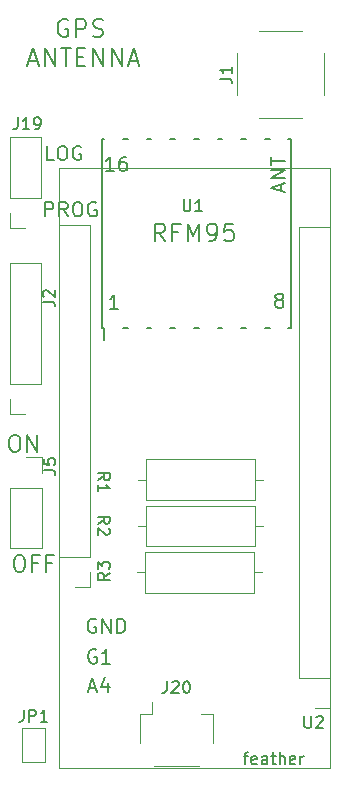
<source format=gbr>
%TF.GenerationSoftware,KiCad,Pcbnew,5.1.12-84ad8e8a86~92~ubuntu18.04.1*%
%TF.CreationDate,2022-01-08T21:29:22-05:00*%
%TF.ProjectId,remote,72656d6f-7465-42e6-9b69-6361645f7063,rev?*%
%TF.SameCoordinates,Original*%
%TF.FileFunction,Legend,Top*%
%TF.FilePolarity,Positive*%
%FSLAX46Y46*%
G04 Gerber Fmt 4.6, Leading zero omitted, Abs format (unit mm)*
G04 Created by KiCad (PCBNEW 5.1.12-84ad8e8a86~92~ubuntu18.04.1) date 2022-01-08 21:29:22*
%MOMM*%
%LPD*%
G01*
G04 APERTURE LIST*
%ADD10C,0.200000*%
%ADD11C,0.150000*%
%ADD12C,0.120000*%
G04 APERTURE END LIST*
D10*
X25962857Y-105232857D02*
X25391428Y-105232857D01*
X25391428Y-104032857D01*
X26591428Y-104032857D02*
X26820000Y-104032857D01*
X26934285Y-104090000D01*
X27048571Y-104204285D01*
X27105714Y-104432857D01*
X27105714Y-104832857D01*
X27048571Y-105061428D01*
X26934285Y-105175714D01*
X26820000Y-105232857D01*
X26591428Y-105232857D01*
X26477142Y-105175714D01*
X26362857Y-105061428D01*
X26305714Y-104832857D01*
X26305714Y-104432857D01*
X26362857Y-104204285D01*
X26477142Y-104090000D01*
X26591428Y-104032857D01*
X28248571Y-104090000D02*
X28134285Y-104032857D01*
X27962857Y-104032857D01*
X27791428Y-104090000D01*
X27677142Y-104204285D01*
X27620000Y-104318571D01*
X27562857Y-104547142D01*
X27562857Y-104718571D01*
X27620000Y-104947142D01*
X27677142Y-105061428D01*
X27791428Y-105175714D01*
X27962857Y-105232857D01*
X28077142Y-105232857D01*
X28248571Y-105175714D01*
X28305714Y-105118571D01*
X28305714Y-104718571D01*
X28077142Y-104718571D01*
X25247142Y-109982857D02*
X25247142Y-108782857D01*
X25704285Y-108782857D01*
X25818571Y-108840000D01*
X25875714Y-108897142D01*
X25932857Y-109011428D01*
X25932857Y-109182857D01*
X25875714Y-109297142D01*
X25818571Y-109354285D01*
X25704285Y-109411428D01*
X25247142Y-109411428D01*
X27132857Y-109982857D02*
X26732857Y-109411428D01*
X26447142Y-109982857D02*
X26447142Y-108782857D01*
X26904285Y-108782857D01*
X27018571Y-108840000D01*
X27075714Y-108897142D01*
X27132857Y-109011428D01*
X27132857Y-109182857D01*
X27075714Y-109297142D01*
X27018571Y-109354285D01*
X26904285Y-109411428D01*
X26447142Y-109411428D01*
X27875714Y-108782857D02*
X28104285Y-108782857D01*
X28218571Y-108840000D01*
X28332857Y-108954285D01*
X28390000Y-109182857D01*
X28390000Y-109582857D01*
X28332857Y-109811428D01*
X28218571Y-109925714D01*
X28104285Y-109982857D01*
X27875714Y-109982857D01*
X27761428Y-109925714D01*
X27647142Y-109811428D01*
X27590000Y-109582857D01*
X27590000Y-109182857D01*
X27647142Y-108954285D01*
X27761428Y-108840000D01*
X27875714Y-108782857D01*
X29532857Y-108840000D02*
X29418571Y-108782857D01*
X29247142Y-108782857D01*
X29075714Y-108840000D01*
X28961428Y-108954285D01*
X28904285Y-109068571D01*
X28847142Y-109297142D01*
X28847142Y-109468571D01*
X28904285Y-109697142D01*
X28961428Y-109811428D01*
X29075714Y-109925714D01*
X29247142Y-109982857D01*
X29361428Y-109982857D01*
X29532857Y-109925714D01*
X29590000Y-109868571D01*
X29590000Y-109468571D01*
X29361428Y-109468571D01*
X22533333Y-128513333D02*
X22800000Y-128513333D01*
X22933333Y-128580000D01*
X23066666Y-128713333D01*
X23133333Y-128980000D01*
X23133333Y-129446666D01*
X23066666Y-129713333D01*
X22933333Y-129846666D01*
X22800000Y-129913333D01*
X22533333Y-129913333D01*
X22400000Y-129846666D01*
X22266666Y-129713333D01*
X22200000Y-129446666D01*
X22200000Y-128980000D01*
X22266666Y-128713333D01*
X22400000Y-128580000D01*
X22533333Y-128513333D01*
X23733333Y-129913333D02*
X23733333Y-128513333D01*
X24533333Y-129913333D01*
X24533333Y-128513333D01*
X22936666Y-138683333D02*
X23203333Y-138683333D01*
X23336666Y-138750000D01*
X23470000Y-138883333D01*
X23536666Y-139150000D01*
X23536666Y-139616666D01*
X23470000Y-139883333D01*
X23336666Y-140016666D01*
X23203333Y-140083333D01*
X22936666Y-140083333D01*
X22803333Y-140016666D01*
X22670000Y-139883333D01*
X22603333Y-139616666D01*
X22603333Y-139150000D01*
X22670000Y-138883333D01*
X22803333Y-138750000D01*
X22936666Y-138683333D01*
X24603333Y-139350000D02*
X24136666Y-139350000D01*
X24136666Y-140083333D02*
X24136666Y-138683333D01*
X24803333Y-138683333D01*
X25803333Y-139350000D02*
X25336666Y-139350000D01*
X25336666Y-140083333D02*
X25336666Y-138683333D01*
X26003333Y-138683333D01*
D11*
X31041428Y-106162857D02*
X30355714Y-106162857D01*
X30698571Y-106162857D02*
X30698571Y-104962857D01*
X30584285Y-105134285D01*
X30470000Y-105248571D01*
X30355714Y-105305714D01*
X32070000Y-104962857D02*
X31841428Y-104962857D01*
X31727142Y-105020000D01*
X31670000Y-105077142D01*
X31555714Y-105248571D01*
X31498571Y-105477142D01*
X31498571Y-105934285D01*
X31555714Y-106048571D01*
X31612857Y-106105714D01*
X31727142Y-106162857D01*
X31955714Y-106162857D01*
X32070000Y-106105714D01*
X32127142Y-106048571D01*
X32184285Y-105934285D01*
X32184285Y-105648571D01*
X32127142Y-105534285D01*
X32070000Y-105477142D01*
X31955714Y-105420000D01*
X31727142Y-105420000D01*
X31612857Y-105477142D01*
X31555714Y-105534285D01*
X31498571Y-105648571D01*
X44945714Y-117057142D02*
X44831428Y-117000000D01*
X44774285Y-116942857D01*
X44717142Y-116828571D01*
X44717142Y-116771428D01*
X44774285Y-116657142D01*
X44831428Y-116600000D01*
X44945714Y-116542857D01*
X45174285Y-116542857D01*
X45288571Y-116600000D01*
X45345714Y-116657142D01*
X45402857Y-116771428D01*
X45402857Y-116828571D01*
X45345714Y-116942857D01*
X45288571Y-117000000D01*
X45174285Y-117057142D01*
X44945714Y-117057142D01*
X44831428Y-117114285D01*
X44774285Y-117171428D01*
X44717142Y-117285714D01*
X44717142Y-117514285D01*
X44774285Y-117628571D01*
X44831428Y-117685714D01*
X44945714Y-117742857D01*
X45174285Y-117742857D01*
X45288571Y-117685714D01*
X45345714Y-117628571D01*
X45402857Y-117514285D01*
X45402857Y-117285714D01*
X45345714Y-117171428D01*
X45288571Y-117114285D01*
X45174285Y-117057142D01*
X31372857Y-117872857D02*
X30687142Y-117872857D01*
X31030000Y-117872857D02*
X31030000Y-116672857D01*
X30915714Y-116844285D01*
X30801428Y-116958571D01*
X30687142Y-117015714D01*
X45210000Y-107851428D02*
X45210000Y-107280000D01*
X45552857Y-107965714D02*
X44352857Y-107565714D01*
X45552857Y-107165714D01*
X45552857Y-106765714D02*
X44352857Y-106765714D01*
X45552857Y-106080000D01*
X44352857Y-106080000D01*
X44352857Y-105680000D02*
X44352857Y-104994285D01*
X45552857Y-105337142D02*
X44352857Y-105337142D01*
X28952857Y-149930000D02*
X29524285Y-149930000D01*
X28838571Y-150272857D02*
X29238571Y-149072857D01*
X29638571Y-150272857D01*
X30552857Y-149472857D02*
X30552857Y-150272857D01*
X30267142Y-149015714D02*
X29981428Y-149872857D01*
X30724285Y-149872857D01*
X29552857Y-146710000D02*
X29438571Y-146652857D01*
X29267142Y-146652857D01*
X29095714Y-146710000D01*
X28981428Y-146824285D01*
X28924285Y-146938571D01*
X28867142Y-147167142D01*
X28867142Y-147338571D01*
X28924285Y-147567142D01*
X28981428Y-147681428D01*
X29095714Y-147795714D01*
X29267142Y-147852857D01*
X29381428Y-147852857D01*
X29552857Y-147795714D01*
X29610000Y-147738571D01*
X29610000Y-147338571D01*
X29381428Y-147338571D01*
X30752857Y-147852857D02*
X30067142Y-147852857D01*
X30410000Y-147852857D02*
X30410000Y-146652857D01*
X30295714Y-146824285D01*
X30181428Y-146938571D01*
X30067142Y-146995714D01*
X29515714Y-144120000D02*
X29401428Y-144062857D01*
X29230000Y-144062857D01*
X29058571Y-144120000D01*
X28944285Y-144234285D01*
X28887142Y-144348571D01*
X28830000Y-144577142D01*
X28830000Y-144748571D01*
X28887142Y-144977142D01*
X28944285Y-145091428D01*
X29058571Y-145205714D01*
X29230000Y-145262857D01*
X29344285Y-145262857D01*
X29515714Y-145205714D01*
X29572857Y-145148571D01*
X29572857Y-144748571D01*
X29344285Y-144748571D01*
X30087142Y-145262857D02*
X30087142Y-144062857D01*
X30772857Y-145262857D01*
X30772857Y-144062857D01*
X31344285Y-145262857D02*
X31344285Y-144062857D01*
X31630000Y-144062857D01*
X31801428Y-144120000D01*
X31915714Y-144234285D01*
X31972857Y-144348571D01*
X32030000Y-144577142D01*
X32030000Y-144748571D01*
X31972857Y-144977142D01*
X31915714Y-145091428D01*
X31801428Y-145205714D01*
X31630000Y-145262857D01*
X31344285Y-145262857D01*
X35365714Y-112108571D02*
X34865714Y-111394285D01*
X34508571Y-112108571D02*
X34508571Y-110608571D01*
X35080000Y-110608571D01*
X35222857Y-110680000D01*
X35294285Y-110751428D01*
X35365714Y-110894285D01*
X35365714Y-111108571D01*
X35294285Y-111251428D01*
X35222857Y-111322857D01*
X35080000Y-111394285D01*
X34508571Y-111394285D01*
X36508571Y-111322857D02*
X36008571Y-111322857D01*
X36008571Y-112108571D02*
X36008571Y-110608571D01*
X36722857Y-110608571D01*
X37294285Y-112108571D02*
X37294285Y-110608571D01*
X37794285Y-111680000D01*
X38294285Y-110608571D01*
X38294285Y-112108571D01*
X39080000Y-112108571D02*
X39365714Y-112108571D01*
X39508571Y-112037142D01*
X39580000Y-111965714D01*
X39722857Y-111751428D01*
X39794285Y-111465714D01*
X39794285Y-110894285D01*
X39722857Y-110751428D01*
X39651428Y-110680000D01*
X39508571Y-110608571D01*
X39222857Y-110608571D01*
X39080000Y-110680000D01*
X39008571Y-110751428D01*
X38937142Y-110894285D01*
X38937142Y-111251428D01*
X39008571Y-111394285D01*
X39080000Y-111465714D01*
X39222857Y-111537142D01*
X39508571Y-111537142D01*
X39651428Y-111465714D01*
X39722857Y-111394285D01*
X39794285Y-111251428D01*
X41151428Y-110608571D02*
X40437142Y-110608571D01*
X40365714Y-111322857D01*
X40437142Y-111251428D01*
X40580000Y-111180000D01*
X40937142Y-111180000D01*
X41080000Y-111251428D01*
X41151428Y-111322857D01*
X41222857Y-111465714D01*
X41222857Y-111822857D01*
X41151428Y-111965714D01*
X41080000Y-112037142D01*
X40937142Y-112108571D01*
X40580000Y-112108571D01*
X40437142Y-112037142D01*
X40365714Y-111965714D01*
X23867857Y-96825000D02*
X24582142Y-96825000D01*
X23725000Y-97253571D02*
X24225000Y-95753571D01*
X24725000Y-97253571D01*
X25225000Y-97253571D02*
X25225000Y-95753571D01*
X26082142Y-97253571D01*
X26082142Y-95753571D01*
X26582142Y-95753571D02*
X27439285Y-95753571D01*
X27010714Y-97253571D02*
X27010714Y-95753571D01*
X27939285Y-96467857D02*
X28439285Y-96467857D01*
X28653571Y-97253571D02*
X27939285Y-97253571D01*
X27939285Y-95753571D01*
X28653571Y-95753571D01*
X29296428Y-97253571D02*
X29296428Y-95753571D01*
X30153571Y-97253571D01*
X30153571Y-95753571D01*
X30867857Y-97253571D02*
X30867857Y-95753571D01*
X31725000Y-97253571D01*
X31725000Y-95753571D01*
X32367857Y-96825000D02*
X33082142Y-96825000D01*
X32225000Y-97253571D02*
X32725000Y-95753571D01*
X33225000Y-97253571D01*
X27143571Y-93375000D02*
X27000714Y-93303571D01*
X26786428Y-93303571D01*
X26572142Y-93375000D01*
X26429285Y-93517857D01*
X26357857Y-93660714D01*
X26286428Y-93946428D01*
X26286428Y-94160714D01*
X26357857Y-94446428D01*
X26429285Y-94589285D01*
X26572142Y-94732142D01*
X26786428Y-94803571D01*
X26929285Y-94803571D01*
X27143571Y-94732142D01*
X27214999Y-94660714D01*
X27214999Y-94160714D01*
X26929285Y-94160714D01*
X27857857Y-94803571D02*
X27857857Y-93303571D01*
X28429285Y-93303571D01*
X28572142Y-93375000D01*
X28643571Y-93446428D01*
X28714999Y-93589285D01*
X28714999Y-93803571D01*
X28643571Y-93946428D01*
X28572142Y-94017857D01*
X28429285Y-94089285D01*
X27857857Y-94089285D01*
X29286428Y-94732142D02*
X29500714Y-94803571D01*
X29857857Y-94803571D01*
X30000714Y-94732142D01*
X30072142Y-94660714D01*
X30143571Y-94517857D01*
X30143571Y-94375000D01*
X30072142Y-94232142D01*
X30000714Y-94160714D01*
X29857857Y-94089285D01*
X29572142Y-94017857D01*
X29429285Y-93946428D01*
X29357857Y-93875000D01*
X29286428Y-93732142D01*
X29286428Y-93589285D01*
X29357857Y-93446428D01*
X29429285Y-93375000D01*
X29572142Y-93303571D01*
X29929285Y-93303571D01*
X30143571Y-93375000D01*
D12*
%TO.C,J2*%
X24880000Y-124160000D02*
X22220000Y-124160000D01*
X24880000Y-124160000D02*
X24880000Y-113940000D01*
X24880000Y-113940000D02*
X22220000Y-113940000D01*
X22220000Y-124160000D02*
X22220000Y-113940000D01*
X22220000Y-126760000D02*
X22220000Y-125430000D01*
X23550000Y-126760000D02*
X22220000Y-126760000D01*
%TO.C,R3*%
X33700000Y-138420000D02*
X33700000Y-141860000D01*
X33700000Y-141860000D02*
X42940000Y-141860000D01*
X42940000Y-141860000D02*
X42940000Y-138420000D01*
X42940000Y-138420000D02*
X33700000Y-138420000D01*
X33010000Y-140140000D02*
X33700000Y-140140000D01*
X43630000Y-140140000D02*
X42940000Y-140140000D01*
%TO.C,JP1*%
X23260000Y-153350000D02*
X25260000Y-153350000D01*
X23260000Y-156150000D02*
X23260000Y-153350000D01*
X25260000Y-156150000D02*
X23260000Y-156150000D01*
X25260000Y-153350000D02*
X25260000Y-156150000D01*
D10*
%TO.C,U1*%
X30040000Y-119480000D02*
X30040000Y-103480000D01*
X41840000Y-119480000D02*
X42240000Y-119480000D01*
X39840000Y-119480000D02*
X40240000Y-119480000D01*
X37840000Y-119480000D02*
X38240000Y-119480000D01*
X35840000Y-119480000D02*
X36240000Y-119480000D01*
X34240000Y-119480000D02*
X33840000Y-119480000D01*
X32240000Y-119480000D02*
X31840000Y-119480000D01*
X30240000Y-120480000D02*
X30240000Y-119480000D01*
X30240000Y-119480000D02*
X30040000Y-119480000D01*
X43840000Y-119480000D02*
X44240000Y-119480000D01*
X30040000Y-103480000D02*
X30240000Y-103480000D01*
X31840000Y-103480000D02*
X32240000Y-103480000D01*
X33840000Y-103480000D02*
X34240000Y-103480000D01*
X35840000Y-103480000D02*
X36240000Y-103480000D01*
X37840000Y-103480000D02*
X38240000Y-103480000D01*
X39840000Y-103480000D02*
X40240000Y-103480000D01*
X41840000Y-103480000D02*
X42240000Y-103480000D01*
X43840000Y-103480000D02*
X44240000Y-103480000D01*
X45840000Y-103480000D02*
X46040000Y-103480000D01*
X46040000Y-103480000D02*
X46040000Y-119480000D01*
X46040000Y-119480000D02*
X45840000Y-119480000D01*
D12*
%TO.C,J20*%
X34420000Y-156565000D02*
X38300000Y-156565000D01*
X39470000Y-152095000D02*
X38420000Y-152095000D01*
X39470000Y-154595000D02*
X39470000Y-152095000D01*
X34300000Y-152095000D02*
X34300000Y-151105000D01*
X33250000Y-152095000D02*
X34300000Y-152095000D01*
X33250000Y-154595000D02*
X33250000Y-152095000D01*
%TO.C,U2*%
X49390000Y-151640000D02*
X48060000Y-151640000D01*
X49390000Y-150310000D02*
X49390000Y-151640000D01*
X49390000Y-149040000D02*
X46730000Y-149040000D01*
X46730000Y-149040000D02*
X46730000Y-110880000D01*
X49390000Y-110880000D02*
X46730000Y-110880000D01*
X29070000Y-140070000D02*
X29070000Y-141400000D01*
X26410000Y-138800000D02*
X26410000Y-110750000D01*
X29070000Y-138800000D02*
X29070000Y-110750000D01*
X29070000Y-138800000D02*
X26410000Y-138800000D01*
X29070000Y-141400000D02*
X27740000Y-141400000D01*
X29070000Y-110750000D02*
X26410000Y-110750000D01*
X49390000Y-105860000D02*
X49390000Y-156660000D01*
X26400000Y-105860000D02*
X26400000Y-156660000D01*
X26400000Y-156660000D02*
X49390000Y-156660000D01*
X49390000Y-105860000D02*
X26400000Y-105860000D01*
%TO.C,J1*%
X43380000Y-94280000D02*
X46980000Y-94280000D01*
X43380000Y-101640000D02*
X46980000Y-101640000D01*
X48860000Y-96160000D02*
X48860000Y-99760000D01*
X41500000Y-96160000D02*
X41500000Y-99760000D01*
%TO.C,R1*%
X33770000Y-130560000D02*
X33770000Y-134000000D01*
X33770000Y-134000000D02*
X43010000Y-134000000D01*
X43010000Y-134000000D02*
X43010000Y-130560000D01*
X43010000Y-130560000D02*
X33770000Y-130560000D01*
X33080000Y-132280000D02*
X33770000Y-132280000D01*
X43700000Y-132280000D02*
X43010000Y-132280000D01*
%TO.C,R2*%
X33770000Y-134490000D02*
X33770000Y-137930000D01*
X33770000Y-137930000D02*
X43010000Y-137930000D01*
X43010000Y-137930000D02*
X43010000Y-134490000D01*
X43010000Y-134490000D02*
X33770000Y-134490000D01*
X33080000Y-136210000D02*
X33770000Y-136210000D01*
X43700000Y-136210000D02*
X43010000Y-136210000D01*
%TO.C,J19*%
X24880000Y-108410000D02*
X22220000Y-108410000D01*
X24880000Y-108410000D02*
X24880000Y-103270000D01*
X24880000Y-103270000D02*
X22220000Y-103270000D01*
X22220000Y-108410000D02*
X22220000Y-103270000D01*
X22220000Y-111010000D02*
X22220000Y-109680000D01*
X23550000Y-111010000D02*
X22220000Y-111010000D01*
%TO.C,J5*%
X22270000Y-132960000D02*
X24930000Y-132960000D01*
X22270000Y-132960000D02*
X22270000Y-138100000D01*
X22270000Y-138100000D02*
X24930000Y-138100000D01*
X24930000Y-132960000D02*
X24930000Y-138100000D01*
X24930000Y-130360000D02*
X24930000Y-131690000D01*
X23600000Y-130360000D02*
X24930000Y-130360000D01*
%TO.C,J2*%
D11*
X25042380Y-117223333D02*
X25756666Y-117223333D01*
X25899523Y-117270952D01*
X25994761Y-117366190D01*
X26042380Y-117509047D01*
X26042380Y-117604285D01*
X25137619Y-116794761D02*
X25090000Y-116747142D01*
X25042380Y-116651904D01*
X25042380Y-116413809D01*
X25090000Y-116318571D01*
X25137619Y-116270952D01*
X25232857Y-116223333D01*
X25328095Y-116223333D01*
X25470952Y-116270952D01*
X26042380Y-116842380D01*
X26042380Y-116223333D01*
%TO.C,R3*%
X30702380Y-140176666D02*
X30226190Y-140510000D01*
X30702380Y-140748095D02*
X29702380Y-140748095D01*
X29702380Y-140367142D01*
X29750000Y-140271904D01*
X29797619Y-140224285D01*
X29892857Y-140176666D01*
X30035714Y-140176666D01*
X30130952Y-140224285D01*
X30178571Y-140271904D01*
X30226190Y-140367142D01*
X30226190Y-140748095D01*
X29702380Y-139843333D02*
X29702380Y-139224285D01*
X30083333Y-139557619D01*
X30083333Y-139414761D01*
X30130952Y-139319523D01*
X30178571Y-139271904D01*
X30273809Y-139224285D01*
X30511904Y-139224285D01*
X30607142Y-139271904D01*
X30654761Y-139319523D01*
X30702380Y-139414761D01*
X30702380Y-139700476D01*
X30654761Y-139795714D01*
X30607142Y-139843333D01*
%TO.C,JP1*%
X23416666Y-151762380D02*
X23416666Y-152476666D01*
X23369047Y-152619523D01*
X23273809Y-152714761D01*
X23130952Y-152762380D01*
X23035714Y-152762380D01*
X23892857Y-152762380D02*
X23892857Y-151762380D01*
X24273809Y-151762380D01*
X24369047Y-151810000D01*
X24416666Y-151857619D01*
X24464285Y-151952857D01*
X24464285Y-152095714D01*
X24416666Y-152190952D01*
X24369047Y-152238571D01*
X24273809Y-152286190D01*
X23892857Y-152286190D01*
X25416666Y-152762380D02*
X24845238Y-152762380D01*
X25130952Y-152762380D02*
X25130952Y-151762380D01*
X25035714Y-151905238D01*
X24940476Y-152000476D01*
X24845238Y-152048095D01*
%TO.C,U1*%
X36958095Y-108562380D02*
X36958095Y-109371904D01*
X37005714Y-109467142D01*
X37053333Y-109514761D01*
X37148571Y-109562380D01*
X37339047Y-109562380D01*
X37434285Y-109514761D01*
X37481904Y-109467142D01*
X37529523Y-109371904D01*
X37529523Y-108562380D01*
X38529523Y-109562380D02*
X37958095Y-109562380D01*
X38243809Y-109562380D02*
X38243809Y-108562380D01*
X38148571Y-108705238D01*
X38053333Y-108800476D01*
X37958095Y-108848095D01*
%TO.C,J20*%
X35550476Y-149352380D02*
X35550476Y-150066666D01*
X35502857Y-150209523D01*
X35407619Y-150304761D01*
X35264761Y-150352380D01*
X35169523Y-150352380D01*
X35979047Y-149447619D02*
X36026666Y-149400000D01*
X36121904Y-149352380D01*
X36360000Y-149352380D01*
X36455238Y-149400000D01*
X36502857Y-149447619D01*
X36550476Y-149542857D01*
X36550476Y-149638095D01*
X36502857Y-149780952D01*
X35931428Y-150352380D01*
X36550476Y-150352380D01*
X37169523Y-149352380D02*
X37264761Y-149352380D01*
X37360000Y-149400000D01*
X37407619Y-149447619D01*
X37455238Y-149542857D01*
X37502857Y-149733333D01*
X37502857Y-149971428D01*
X37455238Y-150161904D01*
X37407619Y-150257142D01*
X37360000Y-150304761D01*
X37264761Y-150352380D01*
X37169523Y-150352380D01*
X37074285Y-150304761D01*
X37026666Y-150257142D01*
X36979047Y-150161904D01*
X36931428Y-149971428D01*
X36931428Y-149733333D01*
X36979047Y-149542857D01*
X37026666Y-149447619D01*
X37074285Y-149400000D01*
X37169523Y-149352380D01*
%TO.C,U2*%
X47185015Y-152308100D02*
X47185015Y-153117624D01*
X47232634Y-153212862D01*
X47280253Y-153260481D01*
X47375491Y-153308100D01*
X47565967Y-153308100D01*
X47661205Y-153260481D01*
X47708824Y-153212862D01*
X47756443Y-153117624D01*
X47756443Y-152308100D01*
X48185015Y-152403339D02*
X48232634Y-152355720D01*
X48327872Y-152308100D01*
X48565967Y-152308100D01*
X48661205Y-152355720D01*
X48708824Y-152403339D01*
X48756443Y-152498577D01*
X48756443Y-152593815D01*
X48708824Y-152736672D01*
X48137396Y-153308100D01*
X48756443Y-153308100D01*
X42042380Y-155705714D02*
X42423333Y-155705714D01*
X42185238Y-156372380D02*
X42185238Y-155515238D01*
X42232857Y-155420000D01*
X42328095Y-155372380D01*
X42423333Y-155372380D01*
X43137619Y-156324761D02*
X43042380Y-156372380D01*
X42851904Y-156372380D01*
X42756666Y-156324761D01*
X42709047Y-156229523D01*
X42709047Y-155848571D01*
X42756666Y-155753333D01*
X42851904Y-155705714D01*
X43042380Y-155705714D01*
X43137619Y-155753333D01*
X43185238Y-155848571D01*
X43185238Y-155943809D01*
X42709047Y-156039047D01*
X44042380Y-156372380D02*
X44042380Y-155848571D01*
X43994761Y-155753333D01*
X43899523Y-155705714D01*
X43709047Y-155705714D01*
X43613809Y-155753333D01*
X44042380Y-156324761D02*
X43947142Y-156372380D01*
X43709047Y-156372380D01*
X43613809Y-156324761D01*
X43566190Y-156229523D01*
X43566190Y-156134285D01*
X43613809Y-156039047D01*
X43709047Y-155991428D01*
X43947142Y-155991428D01*
X44042380Y-155943809D01*
X44375714Y-155705714D02*
X44756666Y-155705714D01*
X44518571Y-155372380D02*
X44518571Y-156229523D01*
X44566190Y-156324761D01*
X44661428Y-156372380D01*
X44756666Y-156372380D01*
X45090000Y-156372380D02*
X45090000Y-155372380D01*
X45518571Y-156372380D02*
X45518571Y-155848571D01*
X45470952Y-155753333D01*
X45375714Y-155705714D01*
X45232857Y-155705714D01*
X45137619Y-155753333D01*
X45090000Y-155800952D01*
X46375714Y-156324761D02*
X46280476Y-156372380D01*
X46090000Y-156372380D01*
X45994761Y-156324761D01*
X45947142Y-156229523D01*
X45947142Y-155848571D01*
X45994761Y-155753333D01*
X46090000Y-155705714D01*
X46280476Y-155705714D01*
X46375714Y-155753333D01*
X46423333Y-155848571D01*
X46423333Y-155943809D01*
X45947142Y-156039047D01*
X46851904Y-156372380D02*
X46851904Y-155705714D01*
X46851904Y-155896190D02*
X46899523Y-155800952D01*
X46947142Y-155753333D01*
X47042380Y-155705714D01*
X47137619Y-155705714D01*
%TO.C,J1*%
X40052460Y-98323893D02*
X40766746Y-98323893D01*
X40909603Y-98371512D01*
X41004841Y-98466750D01*
X41052460Y-98609607D01*
X41052460Y-98704845D01*
X41052460Y-97323893D02*
X41052460Y-97895321D01*
X41052460Y-97609607D02*
X40052460Y-97609607D01*
X40195318Y-97704845D01*
X40290556Y-97800083D01*
X40338175Y-97895321D01*
%TO.C,R1*%
X29705699Y-132321261D02*
X30181889Y-131987928D01*
X29705699Y-131749832D02*
X30705699Y-131749832D01*
X30705699Y-132130785D01*
X30658080Y-132226023D01*
X30610460Y-132273642D01*
X30515222Y-132321261D01*
X30372365Y-132321261D01*
X30277127Y-132273642D01*
X30229508Y-132226023D01*
X30181889Y-132130785D01*
X30181889Y-131749832D01*
X29705699Y-133273642D02*
X29705699Y-132702213D01*
X29705699Y-132987928D02*
X30705699Y-132987928D01*
X30562841Y-132892689D01*
X30467603Y-132797451D01*
X30419984Y-132702213D01*
%TO.C,R2*%
X29705699Y-136003793D02*
X30181889Y-135670460D01*
X29705699Y-135432364D02*
X30705699Y-135432364D01*
X30705699Y-135813317D01*
X30658080Y-135908555D01*
X30610460Y-135956174D01*
X30515222Y-136003793D01*
X30372365Y-136003793D01*
X30277127Y-135956174D01*
X30229508Y-135908555D01*
X30181889Y-135813317D01*
X30181889Y-135432364D01*
X30610460Y-136384745D02*
X30658080Y-136432364D01*
X30705699Y-136527602D01*
X30705699Y-136765698D01*
X30658080Y-136860936D01*
X30610460Y-136908555D01*
X30515222Y-136956174D01*
X30419984Y-136956174D01*
X30277127Y-136908555D01*
X29705699Y-136337126D01*
X29705699Y-136956174D01*
%TO.C,J19*%
X22900476Y-101622380D02*
X22900476Y-102336666D01*
X22852857Y-102479523D01*
X22757619Y-102574761D01*
X22614761Y-102622380D01*
X22519523Y-102622380D01*
X23900476Y-102622380D02*
X23329047Y-102622380D01*
X23614761Y-102622380D02*
X23614761Y-101622380D01*
X23519523Y-101765238D01*
X23424285Y-101860476D01*
X23329047Y-101908095D01*
X24376666Y-102622380D02*
X24567142Y-102622380D01*
X24662380Y-102574761D01*
X24710000Y-102527142D01*
X24805238Y-102384285D01*
X24852857Y-102193809D01*
X24852857Y-101812857D01*
X24805238Y-101717619D01*
X24757619Y-101670000D01*
X24662380Y-101622380D01*
X24471904Y-101622380D01*
X24376666Y-101670000D01*
X24329047Y-101717619D01*
X24281428Y-101812857D01*
X24281428Y-102050952D01*
X24329047Y-102146190D01*
X24376666Y-102193809D01*
X24471904Y-102241428D01*
X24662380Y-102241428D01*
X24757619Y-102193809D01*
X24805238Y-102146190D01*
X24852857Y-102050952D01*
%TO.C,J5*%
X25102380Y-131473333D02*
X25816666Y-131473333D01*
X25959523Y-131520952D01*
X26054761Y-131616190D01*
X26102380Y-131759047D01*
X26102380Y-131854285D01*
X25102380Y-130520952D02*
X25102380Y-130997142D01*
X25578571Y-131044761D01*
X25530952Y-130997142D01*
X25483333Y-130901904D01*
X25483333Y-130663809D01*
X25530952Y-130568571D01*
X25578571Y-130520952D01*
X25673809Y-130473333D01*
X25911904Y-130473333D01*
X26007142Y-130520952D01*
X26054761Y-130568571D01*
X26102380Y-130663809D01*
X26102380Y-130901904D01*
X26054761Y-130997142D01*
X26007142Y-131044761D01*
%TD*%
M02*

</source>
